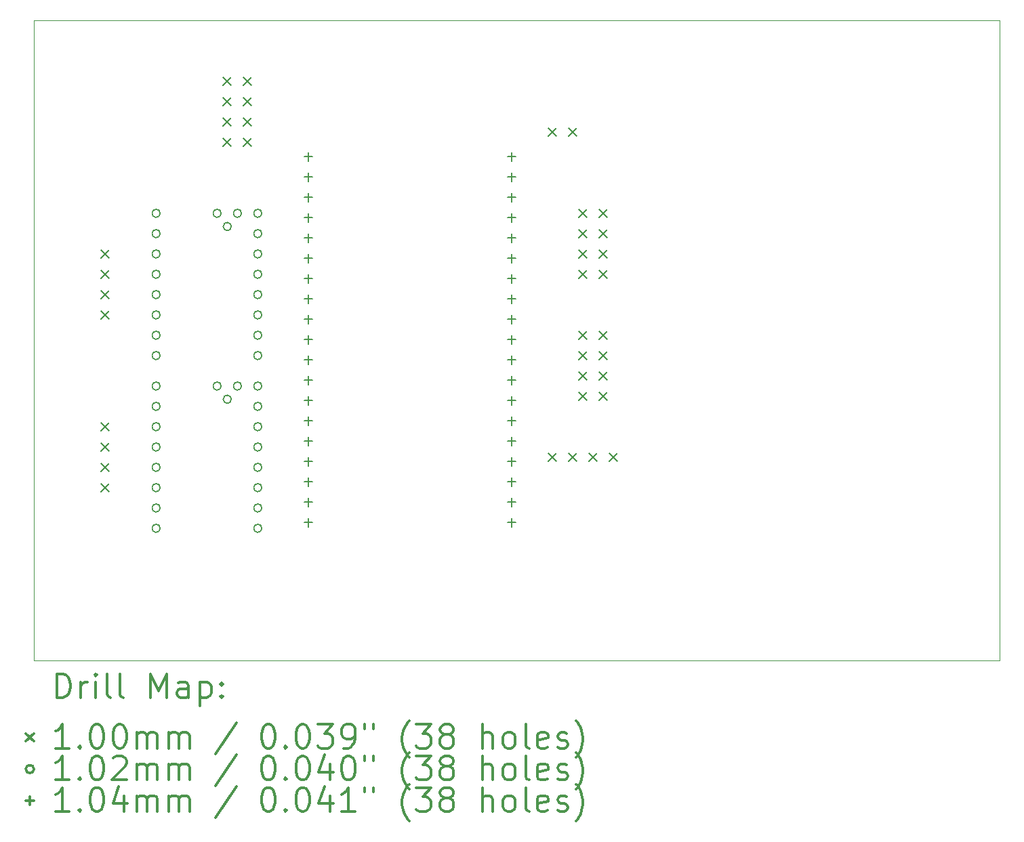
<source format=gbr>
%FSLAX45Y45*%
G04 Gerber Fmt 4.5, Leading zero omitted, Abs format (unit mm)*
G04 Created by KiCad (PCBNEW (5.1.7)-1) date 2021-03-18 15:35:46*
%MOMM*%
%LPD*%
G01*
G04 APERTURE LIST*
%TA.AperFunction,Profile*%
%ADD10C,0.050000*%
%TD*%
%ADD11C,0.200000*%
%ADD12C,0.300000*%
G04 APERTURE END LIST*
D10*
X4699000Y-4699000D02*
X4699000Y-12700000D01*
X16764000Y-4699000D02*
X4699000Y-4699000D01*
X16764000Y-12700000D02*
X16764000Y-4699000D01*
X4699000Y-12700000D02*
X16764000Y-12700000D01*
D11*
X11507000Y-7062000D02*
X11607000Y-7162000D01*
X11607000Y-7062000D02*
X11507000Y-7162000D01*
X11507000Y-7316000D02*
X11607000Y-7416000D01*
X11607000Y-7316000D02*
X11507000Y-7416000D01*
X11507000Y-7570000D02*
X11607000Y-7670000D01*
X11607000Y-7570000D02*
X11507000Y-7670000D01*
X11507000Y-7824000D02*
X11607000Y-7924000D01*
X11607000Y-7824000D02*
X11507000Y-7924000D01*
X11761000Y-7062000D02*
X11861000Y-7162000D01*
X11861000Y-7062000D02*
X11761000Y-7162000D01*
X11761000Y-7316000D02*
X11861000Y-7416000D01*
X11861000Y-7316000D02*
X11761000Y-7416000D01*
X11761000Y-7570000D02*
X11861000Y-7670000D01*
X11861000Y-7570000D02*
X11761000Y-7670000D01*
X11761000Y-7824000D02*
X11861000Y-7924000D01*
X11861000Y-7824000D02*
X11761000Y-7924000D01*
X11126000Y-6046000D02*
X11226000Y-6146000D01*
X11226000Y-6046000D02*
X11126000Y-6146000D01*
X11380000Y-6046000D02*
X11480000Y-6146000D01*
X11480000Y-6046000D02*
X11380000Y-6146000D01*
X5538000Y-7570000D02*
X5638000Y-7670000D01*
X5638000Y-7570000D02*
X5538000Y-7670000D01*
X5538000Y-7824000D02*
X5638000Y-7924000D01*
X5638000Y-7824000D02*
X5538000Y-7924000D01*
X5538000Y-8078000D02*
X5638000Y-8178000D01*
X5638000Y-8078000D02*
X5538000Y-8178000D01*
X5538000Y-8332000D02*
X5638000Y-8432000D01*
X5638000Y-8332000D02*
X5538000Y-8432000D01*
X7062000Y-5411000D02*
X7162000Y-5511000D01*
X7162000Y-5411000D02*
X7062000Y-5511000D01*
X7062000Y-5665000D02*
X7162000Y-5765000D01*
X7162000Y-5665000D02*
X7062000Y-5765000D01*
X7062000Y-5919000D02*
X7162000Y-6019000D01*
X7162000Y-5919000D02*
X7062000Y-6019000D01*
X7062000Y-6173000D02*
X7162000Y-6273000D01*
X7162000Y-6173000D02*
X7062000Y-6273000D01*
X7316000Y-5411000D02*
X7416000Y-5511000D01*
X7416000Y-5411000D02*
X7316000Y-5511000D01*
X7316000Y-5665000D02*
X7416000Y-5765000D01*
X7416000Y-5665000D02*
X7316000Y-5765000D01*
X7316000Y-5919000D02*
X7416000Y-6019000D01*
X7416000Y-5919000D02*
X7316000Y-6019000D01*
X7316000Y-6173000D02*
X7416000Y-6273000D01*
X7416000Y-6173000D02*
X7316000Y-6273000D01*
X11126000Y-10110000D02*
X11226000Y-10210000D01*
X11226000Y-10110000D02*
X11126000Y-10210000D01*
X11380000Y-10110000D02*
X11480000Y-10210000D01*
X11480000Y-10110000D02*
X11380000Y-10210000D01*
X11634000Y-10110000D02*
X11734000Y-10210000D01*
X11734000Y-10110000D02*
X11634000Y-10210000D01*
X11888000Y-10110000D02*
X11988000Y-10210000D01*
X11988000Y-10110000D02*
X11888000Y-10210000D01*
X11507000Y-8586000D02*
X11607000Y-8686000D01*
X11607000Y-8586000D02*
X11507000Y-8686000D01*
X11507000Y-8840000D02*
X11607000Y-8940000D01*
X11607000Y-8840000D02*
X11507000Y-8940000D01*
X11507000Y-9094000D02*
X11607000Y-9194000D01*
X11607000Y-9094000D02*
X11507000Y-9194000D01*
X11507000Y-9348000D02*
X11607000Y-9448000D01*
X11607000Y-9348000D02*
X11507000Y-9448000D01*
X11761000Y-8586000D02*
X11861000Y-8686000D01*
X11861000Y-8586000D02*
X11761000Y-8686000D01*
X11761000Y-8840000D02*
X11861000Y-8940000D01*
X11861000Y-8840000D02*
X11761000Y-8940000D01*
X11761000Y-9094000D02*
X11861000Y-9194000D01*
X11861000Y-9094000D02*
X11761000Y-9194000D01*
X11761000Y-9348000D02*
X11861000Y-9448000D01*
X11861000Y-9348000D02*
X11761000Y-9448000D01*
X5538000Y-9729000D02*
X5638000Y-9829000D01*
X5638000Y-9729000D02*
X5538000Y-9829000D01*
X5538000Y-9983000D02*
X5638000Y-10083000D01*
X5638000Y-9983000D02*
X5538000Y-10083000D01*
X5538000Y-10237000D02*
X5638000Y-10337000D01*
X5638000Y-10237000D02*
X5538000Y-10337000D01*
X5538000Y-10491000D02*
X5638000Y-10591000D01*
X5638000Y-10491000D02*
X5538000Y-10591000D01*
X6273800Y-9271000D02*
G75*
G03*
X6273800Y-9271000I-50800J0D01*
G01*
X6273800Y-9525000D02*
G75*
G03*
X6273800Y-9525000I-50800J0D01*
G01*
X6273800Y-9779000D02*
G75*
G03*
X6273800Y-9779000I-50800J0D01*
G01*
X6273800Y-10033000D02*
G75*
G03*
X6273800Y-10033000I-50800J0D01*
G01*
X6273800Y-10287000D02*
G75*
G03*
X6273800Y-10287000I-50800J0D01*
G01*
X6273800Y-10541000D02*
G75*
G03*
X6273800Y-10541000I-50800J0D01*
G01*
X6273800Y-10795000D02*
G75*
G03*
X6273800Y-10795000I-50800J0D01*
G01*
X6273800Y-11049000D02*
G75*
G03*
X6273800Y-11049000I-50800J0D01*
G01*
X7035800Y-9271000D02*
G75*
G03*
X7035800Y-9271000I-50800J0D01*
G01*
X7162800Y-9436100D02*
G75*
G03*
X7162800Y-9436100I-50800J0D01*
G01*
X7289800Y-9271000D02*
G75*
G03*
X7289800Y-9271000I-50800J0D01*
G01*
X7543800Y-9271000D02*
G75*
G03*
X7543800Y-9271000I-50800J0D01*
G01*
X7543800Y-9525000D02*
G75*
G03*
X7543800Y-9525000I-50800J0D01*
G01*
X7543800Y-9779000D02*
G75*
G03*
X7543800Y-9779000I-50800J0D01*
G01*
X7543800Y-10033000D02*
G75*
G03*
X7543800Y-10033000I-50800J0D01*
G01*
X7543800Y-10287000D02*
G75*
G03*
X7543800Y-10287000I-50800J0D01*
G01*
X7543800Y-10541000D02*
G75*
G03*
X7543800Y-10541000I-50800J0D01*
G01*
X7543800Y-10795000D02*
G75*
G03*
X7543800Y-10795000I-50800J0D01*
G01*
X7543800Y-11049000D02*
G75*
G03*
X7543800Y-11049000I-50800J0D01*
G01*
X6273800Y-7112000D02*
G75*
G03*
X6273800Y-7112000I-50800J0D01*
G01*
X6273800Y-7366000D02*
G75*
G03*
X6273800Y-7366000I-50800J0D01*
G01*
X6273800Y-7620000D02*
G75*
G03*
X6273800Y-7620000I-50800J0D01*
G01*
X6273800Y-7874000D02*
G75*
G03*
X6273800Y-7874000I-50800J0D01*
G01*
X6273800Y-8128000D02*
G75*
G03*
X6273800Y-8128000I-50800J0D01*
G01*
X6273800Y-8382000D02*
G75*
G03*
X6273800Y-8382000I-50800J0D01*
G01*
X6273800Y-8636000D02*
G75*
G03*
X6273800Y-8636000I-50800J0D01*
G01*
X6273800Y-8890000D02*
G75*
G03*
X6273800Y-8890000I-50800J0D01*
G01*
X7035800Y-7112000D02*
G75*
G03*
X7035800Y-7112000I-50800J0D01*
G01*
X7162800Y-7277100D02*
G75*
G03*
X7162800Y-7277100I-50800J0D01*
G01*
X7289800Y-7112000D02*
G75*
G03*
X7289800Y-7112000I-50800J0D01*
G01*
X7543800Y-7112000D02*
G75*
G03*
X7543800Y-7112000I-50800J0D01*
G01*
X7543800Y-7366000D02*
G75*
G03*
X7543800Y-7366000I-50800J0D01*
G01*
X7543800Y-7620000D02*
G75*
G03*
X7543800Y-7620000I-50800J0D01*
G01*
X7543800Y-7874000D02*
G75*
G03*
X7543800Y-7874000I-50800J0D01*
G01*
X7543800Y-8128000D02*
G75*
G03*
X7543800Y-8128000I-50800J0D01*
G01*
X7543800Y-8382000D02*
G75*
G03*
X7543800Y-8382000I-50800J0D01*
G01*
X7543800Y-8636000D02*
G75*
G03*
X7543800Y-8636000I-50800J0D01*
G01*
X7543800Y-8890000D02*
G75*
G03*
X7543800Y-8890000I-50800J0D01*
G01*
X8128000Y-6354000D02*
X8128000Y-6458000D01*
X8076000Y-6406000D02*
X8180000Y-6406000D01*
X8128000Y-6608000D02*
X8128000Y-6712000D01*
X8076000Y-6660000D02*
X8180000Y-6660000D01*
X8128000Y-6862000D02*
X8128000Y-6966000D01*
X8076000Y-6914000D02*
X8180000Y-6914000D01*
X8128000Y-7116000D02*
X8128000Y-7220000D01*
X8076000Y-7168000D02*
X8180000Y-7168000D01*
X8128000Y-7370000D02*
X8128000Y-7474000D01*
X8076000Y-7422000D02*
X8180000Y-7422000D01*
X8128000Y-7624000D02*
X8128000Y-7728000D01*
X8076000Y-7676000D02*
X8180000Y-7676000D01*
X8128000Y-7878000D02*
X8128000Y-7982000D01*
X8076000Y-7930000D02*
X8180000Y-7930000D01*
X8128000Y-8132000D02*
X8128000Y-8236000D01*
X8076000Y-8184000D02*
X8180000Y-8184000D01*
X8128000Y-8386000D02*
X8128000Y-8490000D01*
X8076000Y-8438000D02*
X8180000Y-8438000D01*
X8128000Y-8640000D02*
X8128000Y-8744000D01*
X8076000Y-8692000D02*
X8180000Y-8692000D01*
X8128000Y-8894000D02*
X8128000Y-8998000D01*
X8076000Y-8946000D02*
X8180000Y-8946000D01*
X8128000Y-9148000D02*
X8128000Y-9252000D01*
X8076000Y-9200000D02*
X8180000Y-9200000D01*
X8128000Y-9402000D02*
X8128000Y-9506000D01*
X8076000Y-9454000D02*
X8180000Y-9454000D01*
X8128000Y-9656000D02*
X8128000Y-9760000D01*
X8076000Y-9708000D02*
X8180000Y-9708000D01*
X8128000Y-9910000D02*
X8128000Y-10014000D01*
X8076000Y-9962000D02*
X8180000Y-9962000D01*
X8128000Y-10164000D02*
X8128000Y-10268000D01*
X8076000Y-10216000D02*
X8180000Y-10216000D01*
X8128000Y-10418000D02*
X8128000Y-10522000D01*
X8076000Y-10470000D02*
X8180000Y-10470000D01*
X8128000Y-10672000D02*
X8128000Y-10776000D01*
X8076000Y-10724000D02*
X8180000Y-10724000D01*
X8128000Y-10926000D02*
X8128000Y-11030000D01*
X8076000Y-10978000D02*
X8180000Y-10978000D01*
X10668000Y-6354000D02*
X10668000Y-6458000D01*
X10616000Y-6406000D02*
X10720000Y-6406000D01*
X10668000Y-6608000D02*
X10668000Y-6712000D01*
X10616000Y-6660000D02*
X10720000Y-6660000D01*
X10668000Y-6862000D02*
X10668000Y-6966000D01*
X10616000Y-6914000D02*
X10720000Y-6914000D01*
X10668000Y-7116000D02*
X10668000Y-7220000D01*
X10616000Y-7168000D02*
X10720000Y-7168000D01*
X10668000Y-7370000D02*
X10668000Y-7474000D01*
X10616000Y-7422000D02*
X10720000Y-7422000D01*
X10668000Y-7624000D02*
X10668000Y-7728000D01*
X10616000Y-7676000D02*
X10720000Y-7676000D01*
X10668000Y-7878000D02*
X10668000Y-7982000D01*
X10616000Y-7930000D02*
X10720000Y-7930000D01*
X10668000Y-8132000D02*
X10668000Y-8236000D01*
X10616000Y-8184000D02*
X10720000Y-8184000D01*
X10668000Y-8386000D02*
X10668000Y-8490000D01*
X10616000Y-8438000D02*
X10720000Y-8438000D01*
X10668000Y-8640000D02*
X10668000Y-8744000D01*
X10616000Y-8692000D02*
X10720000Y-8692000D01*
X10668000Y-8894000D02*
X10668000Y-8998000D01*
X10616000Y-8946000D02*
X10720000Y-8946000D01*
X10668000Y-9148000D02*
X10668000Y-9252000D01*
X10616000Y-9200000D02*
X10720000Y-9200000D01*
X10668000Y-9402000D02*
X10668000Y-9506000D01*
X10616000Y-9454000D02*
X10720000Y-9454000D01*
X10668000Y-9656000D02*
X10668000Y-9760000D01*
X10616000Y-9708000D02*
X10720000Y-9708000D01*
X10668000Y-9910000D02*
X10668000Y-10014000D01*
X10616000Y-9962000D02*
X10720000Y-9962000D01*
X10668000Y-10164000D02*
X10668000Y-10268000D01*
X10616000Y-10216000D02*
X10720000Y-10216000D01*
X10668000Y-10418000D02*
X10668000Y-10522000D01*
X10616000Y-10470000D02*
X10720000Y-10470000D01*
X10668000Y-10672000D02*
X10668000Y-10776000D01*
X10616000Y-10724000D02*
X10720000Y-10724000D01*
X10668000Y-10926000D02*
X10668000Y-11030000D01*
X10616000Y-10978000D02*
X10720000Y-10978000D01*
D12*
X4982928Y-13168214D02*
X4982928Y-12868214D01*
X5054357Y-12868214D01*
X5097214Y-12882500D01*
X5125786Y-12911071D01*
X5140071Y-12939643D01*
X5154357Y-12996786D01*
X5154357Y-13039643D01*
X5140071Y-13096786D01*
X5125786Y-13125357D01*
X5097214Y-13153929D01*
X5054357Y-13168214D01*
X4982928Y-13168214D01*
X5282928Y-13168214D02*
X5282928Y-12968214D01*
X5282928Y-13025357D02*
X5297214Y-12996786D01*
X5311500Y-12982500D01*
X5340071Y-12968214D01*
X5368643Y-12968214D01*
X5468643Y-13168214D02*
X5468643Y-12968214D01*
X5468643Y-12868214D02*
X5454357Y-12882500D01*
X5468643Y-12896786D01*
X5482928Y-12882500D01*
X5468643Y-12868214D01*
X5468643Y-12896786D01*
X5654357Y-13168214D02*
X5625786Y-13153929D01*
X5611500Y-13125357D01*
X5611500Y-12868214D01*
X5811500Y-13168214D02*
X5782928Y-13153929D01*
X5768643Y-13125357D01*
X5768643Y-12868214D01*
X6154357Y-13168214D02*
X6154357Y-12868214D01*
X6254357Y-13082500D01*
X6354357Y-12868214D01*
X6354357Y-13168214D01*
X6625786Y-13168214D02*
X6625786Y-13011071D01*
X6611500Y-12982500D01*
X6582928Y-12968214D01*
X6525786Y-12968214D01*
X6497214Y-12982500D01*
X6625786Y-13153929D02*
X6597214Y-13168214D01*
X6525786Y-13168214D01*
X6497214Y-13153929D01*
X6482928Y-13125357D01*
X6482928Y-13096786D01*
X6497214Y-13068214D01*
X6525786Y-13053929D01*
X6597214Y-13053929D01*
X6625786Y-13039643D01*
X6768643Y-12968214D02*
X6768643Y-13268214D01*
X6768643Y-12982500D02*
X6797214Y-12968214D01*
X6854357Y-12968214D01*
X6882928Y-12982500D01*
X6897214Y-12996786D01*
X6911500Y-13025357D01*
X6911500Y-13111071D01*
X6897214Y-13139643D01*
X6882928Y-13153929D01*
X6854357Y-13168214D01*
X6797214Y-13168214D01*
X6768643Y-13153929D01*
X7040071Y-13139643D02*
X7054357Y-13153929D01*
X7040071Y-13168214D01*
X7025786Y-13153929D01*
X7040071Y-13139643D01*
X7040071Y-13168214D01*
X7040071Y-12982500D02*
X7054357Y-12996786D01*
X7040071Y-13011071D01*
X7025786Y-12996786D01*
X7040071Y-12982500D01*
X7040071Y-13011071D01*
X4596500Y-13612500D02*
X4696500Y-13712500D01*
X4696500Y-13612500D02*
X4596500Y-13712500D01*
X5140071Y-13798214D02*
X4968643Y-13798214D01*
X5054357Y-13798214D02*
X5054357Y-13498214D01*
X5025786Y-13541071D01*
X4997214Y-13569643D01*
X4968643Y-13583929D01*
X5268643Y-13769643D02*
X5282928Y-13783929D01*
X5268643Y-13798214D01*
X5254357Y-13783929D01*
X5268643Y-13769643D01*
X5268643Y-13798214D01*
X5468643Y-13498214D02*
X5497214Y-13498214D01*
X5525786Y-13512500D01*
X5540071Y-13526786D01*
X5554357Y-13555357D01*
X5568643Y-13612500D01*
X5568643Y-13683929D01*
X5554357Y-13741071D01*
X5540071Y-13769643D01*
X5525786Y-13783929D01*
X5497214Y-13798214D01*
X5468643Y-13798214D01*
X5440071Y-13783929D01*
X5425786Y-13769643D01*
X5411500Y-13741071D01*
X5397214Y-13683929D01*
X5397214Y-13612500D01*
X5411500Y-13555357D01*
X5425786Y-13526786D01*
X5440071Y-13512500D01*
X5468643Y-13498214D01*
X5754357Y-13498214D02*
X5782928Y-13498214D01*
X5811500Y-13512500D01*
X5825786Y-13526786D01*
X5840071Y-13555357D01*
X5854357Y-13612500D01*
X5854357Y-13683929D01*
X5840071Y-13741071D01*
X5825786Y-13769643D01*
X5811500Y-13783929D01*
X5782928Y-13798214D01*
X5754357Y-13798214D01*
X5725786Y-13783929D01*
X5711500Y-13769643D01*
X5697214Y-13741071D01*
X5682928Y-13683929D01*
X5682928Y-13612500D01*
X5697214Y-13555357D01*
X5711500Y-13526786D01*
X5725786Y-13512500D01*
X5754357Y-13498214D01*
X5982928Y-13798214D02*
X5982928Y-13598214D01*
X5982928Y-13626786D02*
X5997214Y-13612500D01*
X6025786Y-13598214D01*
X6068643Y-13598214D01*
X6097214Y-13612500D01*
X6111500Y-13641071D01*
X6111500Y-13798214D01*
X6111500Y-13641071D02*
X6125786Y-13612500D01*
X6154357Y-13598214D01*
X6197214Y-13598214D01*
X6225786Y-13612500D01*
X6240071Y-13641071D01*
X6240071Y-13798214D01*
X6382928Y-13798214D02*
X6382928Y-13598214D01*
X6382928Y-13626786D02*
X6397214Y-13612500D01*
X6425786Y-13598214D01*
X6468643Y-13598214D01*
X6497214Y-13612500D01*
X6511500Y-13641071D01*
X6511500Y-13798214D01*
X6511500Y-13641071D02*
X6525786Y-13612500D01*
X6554357Y-13598214D01*
X6597214Y-13598214D01*
X6625786Y-13612500D01*
X6640071Y-13641071D01*
X6640071Y-13798214D01*
X7225786Y-13483929D02*
X6968643Y-13869643D01*
X7611500Y-13498214D02*
X7640071Y-13498214D01*
X7668643Y-13512500D01*
X7682928Y-13526786D01*
X7697214Y-13555357D01*
X7711500Y-13612500D01*
X7711500Y-13683929D01*
X7697214Y-13741071D01*
X7682928Y-13769643D01*
X7668643Y-13783929D01*
X7640071Y-13798214D01*
X7611500Y-13798214D01*
X7582928Y-13783929D01*
X7568643Y-13769643D01*
X7554357Y-13741071D01*
X7540071Y-13683929D01*
X7540071Y-13612500D01*
X7554357Y-13555357D01*
X7568643Y-13526786D01*
X7582928Y-13512500D01*
X7611500Y-13498214D01*
X7840071Y-13769643D02*
X7854357Y-13783929D01*
X7840071Y-13798214D01*
X7825786Y-13783929D01*
X7840071Y-13769643D01*
X7840071Y-13798214D01*
X8040071Y-13498214D02*
X8068643Y-13498214D01*
X8097214Y-13512500D01*
X8111500Y-13526786D01*
X8125786Y-13555357D01*
X8140071Y-13612500D01*
X8140071Y-13683929D01*
X8125786Y-13741071D01*
X8111500Y-13769643D01*
X8097214Y-13783929D01*
X8068643Y-13798214D01*
X8040071Y-13798214D01*
X8011500Y-13783929D01*
X7997214Y-13769643D01*
X7982928Y-13741071D01*
X7968643Y-13683929D01*
X7968643Y-13612500D01*
X7982928Y-13555357D01*
X7997214Y-13526786D01*
X8011500Y-13512500D01*
X8040071Y-13498214D01*
X8240071Y-13498214D02*
X8425786Y-13498214D01*
X8325786Y-13612500D01*
X8368643Y-13612500D01*
X8397214Y-13626786D01*
X8411500Y-13641071D01*
X8425786Y-13669643D01*
X8425786Y-13741071D01*
X8411500Y-13769643D01*
X8397214Y-13783929D01*
X8368643Y-13798214D01*
X8282928Y-13798214D01*
X8254357Y-13783929D01*
X8240071Y-13769643D01*
X8568643Y-13798214D02*
X8625786Y-13798214D01*
X8654357Y-13783929D01*
X8668643Y-13769643D01*
X8697214Y-13726786D01*
X8711500Y-13669643D01*
X8711500Y-13555357D01*
X8697214Y-13526786D01*
X8682928Y-13512500D01*
X8654357Y-13498214D01*
X8597214Y-13498214D01*
X8568643Y-13512500D01*
X8554357Y-13526786D01*
X8540071Y-13555357D01*
X8540071Y-13626786D01*
X8554357Y-13655357D01*
X8568643Y-13669643D01*
X8597214Y-13683929D01*
X8654357Y-13683929D01*
X8682928Y-13669643D01*
X8697214Y-13655357D01*
X8711500Y-13626786D01*
X8825786Y-13498214D02*
X8825786Y-13555357D01*
X8940071Y-13498214D02*
X8940071Y-13555357D01*
X9382928Y-13912500D02*
X9368643Y-13898214D01*
X9340071Y-13855357D01*
X9325786Y-13826786D01*
X9311500Y-13783929D01*
X9297214Y-13712500D01*
X9297214Y-13655357D01*
X9311500Y-13583929D01*
X9325786Y-13541071D01*
X9340071Y-13512500D01*
X9368643Y-13469643D01*
X9382928Y-13455357D01*
X9468643Y-13498214D02*
X9654357Y-13498214D01*
X9554357Y-13612500D01*
X9597214Y-13612500D01*
X9625786Y-13626786D01*
X9640071Y-13641071D01*
X9654357Y-13669643D01*
X9654357Y-13741071D01*
X9640071Y-13769643D01*
X9625786Y-13783929D01*
X9597214Y-13798214D01*
X9511500Y-13798214D01*
X9482928Y-13783929D01*
X9468643Y-13769643D01*
X9825786Y-13626786D02*
X9797214Y-13612500D01*
X9782928Y-13598214D01*
X9768643Y-13569643D01*
X9768643Y-13555357D01*
X9782928Y-13526786D01*
X9797214Y-13512500D01*
X9825786Y-13498214D01*
X9882928Y-13498214D01*
X9911500Y-13512500D01*
X9925786Y-13526786D01*
X9940071Y-13555357D01*
X9940071Y-13569643D01*
X9925786Y-13598214D01*
X9911500Y-13612500D01*
X9882928Y-13626786D01*
X9825786Y-13626786D01*
X9797214Y-13641071D01*
X9782928Y-13655357D01*
X9768643Y-13683929D01*
X9768643Y-13741071D01*
X9782928Y-13769643D01*
X9797214Y-13783929D01*
X9825786Y-13798214D01*
X9882928Y-13798214D01*
X9911500Y-13783929D01*
X9925786Y-13769643D01*
X9940071Y-13741071D01*
X9940071Y-13683929D01*
X9925786Y-13655357D01*
X9911500Y-13641071D01*
X9882928Y-13626786D01*
X10297214Y-13798214D02*
X10297214Y-13498214D01*
X10425786Y-13798214D02*
X10425786Y-13641071D01*
X10411500Y-13612500D01*
X10382928Y-13598214D01*
X10340071Y-13598214D01*
X10311500Y-13612500D01*
X10297214Y-13626786D01*
X10611500Y-13798214D02*
X10582928Y-13783929D01*
X10568643Y-13769643D01*
X10554357Y-13741071D01*
X10554357Y-13655357D01*
X10568643Y-13626786D01*
X10582928Y-13612500D01*
X10611500Y-13598214D01*
X10654357Y-13598214D01*
X10682928Y-13612500D01*
X10697214Y-13626786D01*
X10711500Y-13655357D01*
X10711500Y-13741071D01*
X10697214Y-13769643D01*
X10682928Y-13783929D01*
X10654357Y-13798214D01*
X10611500Y-13798214D01*
X10882928Y-13798214D02*
X10854357Y-13783929D01*
X10840071Y-13755357D01*
X10840071Y-13498214D01*
X11111500Y-13783929D02*
X11082928Y-13798214D01*
X11025786Y-13798214D01*
X10997214Y-13783929D01*
X10982928Y-13755357D01*
X10982928Y-13641071D01*
X10997214Y-13612500D01*
X11025786Y-13598214D01*
X11082928Y-13598214D01*
X11111500Y-13612500D01*
X11125786Y-13641071D01*
X11125786Y-13669643D01*
X10982928Y-13698214D01*
X11240071Y-13783929D02*
X11268643Y-13798214D01*
X11325786Y-13798214D01*
X11354357Y-13783929D01*
X11368643Y-13755357D01*
X11368643Y-13741071D01*
X11354357Y-13712500D01*
X11325786Y-13698214D01*
X11282928Y-13698214D01*
X11254357Y-13683929D01*
X11240071Y-13655357D01*
X11240071Y-13641071D01*
X11254357Y-13612500D01*
X11282928Y-13598214D01*
X11325786Y-13598214D01*
X11354357Y-13612500D01*
X11468643Y-13912500D02*
X11482928Y-13898214D01*
X11511500Y-13855357D01*
X11525786Y-13826786D01*
X11540071Y-13783929D01*
X11554357Y-13712500D01*
X11554357Y-13655357D01*
X11540071Y-13583929D01*
X11525786Y-13541071D01*
X11511500Y-13512500D01*
X11482928Y-13469643D01*
X11468643Y-13455357D01*
X4696500Y-14058500D02*
G75*
G03*
X4696500Y-14058500I-50800J0D01*
G01*
X5140071Y-14194214D02*
X4968643Y-14194214D01*
X5054357Y-14194214D02*
X5054357Y-13894214D01*
X5025786Y-13937071D01*
X4997214Y-13965643D01*
X4968643Y-13979929D01*
X5268643Y-14165643D02*
X5282928Y-14179929D01*
X5268643Y-14194214D01*
X5254357Y-14179929D01*
X5268643Y-14165643D01*
X5268643Y-14194214D01*
X5468643Y-13894214D02*
X5497214Y-13894214D01*
X5525786Y-13908500D01*
X5540071Y-13922786D01*
X5554357Y-13951357D01*
X5568643Y-14008500D01*
X5568643Y-14079929D01*
X5554357Y-14137071D01*
X5540071Y-14165643D01*
X5525786Y-14179929D01*
X5497214Y-14194214D01*
X5468643Y-14194214D01*
X5440071Y-14179929D01*
X5425786Y-14165643D01*
X5411500Y-14137071D01*
X5397214Y-14079929D01*
X5397214Y-14008500D01*
X5411500Y-13951357D01*
X5425786Y-13922786D01*
X5440071Y-13908500D01*
X5468643Y-13894214D01*
X5682928Y-13922786D02*
X5697214Y-13908500D01*
X5725786Y-13894214D01*
X5797214Y-13894214D01*
X5825786Y-13908500D01*
X5840071Y-13922786D01*
X5854357Y-13951357D01*
X5854357Y-13979929D01*
X5840071Y-14022786D01*
X5668643Y-14194214D01*
X5854357Y-14194214D01*
X5982928Y-14194214D02*
X5982928Y-13994214D01*
X5982928Y-14022786D02*
X5997214Y-14008500D01*
X6025786Y-13994214D01*
X6068643Y-13994214D01*
X6097214Y-14008500D01*
X6111500Y-14037071D01*
X6111500Y-14194214D01*
X6111500Y-14037071D02*
X6125786Y-14008500D01*
X6154357Y-13994214D01*
X6197214Y-13994214D01*
X6225786Y-14008500D01*
X6240071Y-14037071D01*
X6240071Y-14194214D01*
X6382928Y-14194214D02*
X6382928Y-13994214D01*
X6382928Y-14022786D02*
X6397214Y-14008500D01*
X6425786Y-13994214D01*
X6468643Y-13994214D01*
X6497214Y-14008500D01*
X6511500Y-14037071D01*
X6511500Y-14194214D01*
X6511500Y-14037071D02*
X6525786Y-14008500D01*
X6554357Y-13994214D01*
X6597214Y-13994214D01*
X6625786Y-14008500D01*
X6640071Y-14037071D01*
X6640071Y-14194214D01*
X7225786Y-13879929D02*
X6968643Y-14265643D01*
X7611500Y-13894214D02*
X7640071Y-13894214D01*
X7668643Y-13908500D01*
X7682928Y-13922786D01*
X7697214Y-13951357D01*
X7711500Y-14008500D01*
X7711500Y-14079929D01*
X7697214Y-14137071D01*
X7682928Y-14165643D01*
X7668643Y-14179929D01*
X7640071Y-14194214D01*
X7611500Y-14194214D01*
X7582928Y-14179929D01*
X7568643Y-14165643D01*
X7554357Y-14137071D01*
X7540071Y-14079929D01*
X7540071Y-14008500D01*
X7554357Y-13951357D01*
X7568643Y-13922786D01*
X7582928Y-13908500D01*
X7611500Y-13894214D01*
X7840071Y-14165643D02*
X7854357Y-14179929D01*
X7840071Y-14194214D01*
X7825786Y-14179929D01*
X7840071Y-14165643D01*
X7840071Y-14194214D01*
X8040071Y-13894214D02*
X8068643Y-13894214D01*
X8097214Y-13908500D01*
X8111500Y-13922786D01*
X8125786Y-13951357D01*
X8140071Y-14008500D01*
X8140071Y-14079929D01*
X8125786Y-14137071D01*
X8111500Y-14165643D01*
X8097214Y-14179929D01*
X8068643Y-14194214D01*
X8040071Y-14194214D01*
X8011500Y-14179929D01*
X7997214Y-14165643D01*
X7982928Y-14137071D01*
X7968643Y-14079929D01*
X7968643Y-14008500D01*
X7982928Y-13951357D01*
X7997214Y-13922786D01*
X8011500Y-13908500D01*
X8040071Y-13894214D01*
X8397214Y-13994214D02*
X8397214Y-14194214D01*
X8325786Y-13879929D02*
X8254357Y-14094214D01*
X8440071Y-14094214D01*
X8611500Y-13894214D02*
X8640071Y-13894214D01*
X8668643Y-13908500D01*
X8682928Y-13922786D01*
X8697214Y-13951357D01*
X8711500Y-14008500D01*
X8711500Y-14079929D01*
X8697214Y-14137071D01*
X8682928Y-14165643D01*
X8668643Y-14179929D01*
X8640071Y-14194214D01*
X8611500Y-14194214D01*
X8582928Y-14179929D01*
X8568643Y-14165643D01*
X8554357Y-14137071D01*
X8540071Y-14079929D01*
X8540071Y-14008500D01*
X8554357Y-13951357D01*
X8568643Y-13922786D01*
X8582928Y-13908500D01*
X8611500Y-13894214D01*
X8825786Y-13894214D02*
X8825786Y-13951357D01*
X8940071Y-13894214D02*
X8940071Y-13951357D01*
X9382928Y-14308500D02*
X9368643Y-14294214D01*
X9340071Y-14251357D01*
X9325786Y-14222786D01*
X9311500Y-14179929D01*
X9297214Y-14108500D01*
X9297214Y-14051357D01*
X9311500Y-13979929D01*
X9325786Y-13937071D01*
X9340071Y-13908500D01*
X9368643Y-13865643D01*
X9382928Y-13851357D01*
X9468643Y-13894214D02*
X9654357Y-13894214D01*
X9554357Y-14008500D01*
X9597214Y-14008500D01*
X9625786Y-14022786D01*
X9640071Y-14037071D01*
X9654357Y-14065643D01*
X9654357Y-14137071D01*
X9640071Y-14165643D01*
X9625786Y-14179929D01*
X9597214Y-14194214D01*
X9511500Y-14194214D01*
X9482928Y-14179929D01*
X9468643Y-14165643D01*
X9825786Y-14022786D02*
X9797214Y-14008500D01*
X9782928Y-13994214D01*
X9768643Y-13965643D01*
X9768643Y-13951357D01*
X9782928Y-13922786D01*
X9797214Y-13908500D01*
X9825786Y-13894214D01*
X9882928Y-13894214D01*
X9911500Y-13908500D01*
X9925786Y-13922786D01*
X9940071Y-13951357D01*
X9940071Y-13965643D01*
X9925786Y-13994214D01*
X9911500Y-14008500D01*
X9882928Y-14022786D01*
X9825786Y-14022786D01*
X9797214Y-14037071D01*
X9782928Y-14051357D01*
X9768643Y-14079929D01*
X9768643Y-14137071D01*
X9782928Y-14165643D01*
X9797214Y-14179929D01*
X9825786Y-14194214D01*
X9882928Y-14194214D01*
X9911500Y-14179929D01*
X9925786Y-14165643D01*
X9940071Y-14137071D01*
X9940071Y-14079929D01*
X9925786Y-14051357D01*
X9911500Y-14037071D01*
X9882928Y-14022786D01*
X10297214Y-14194214D02*
X10297214Y-13894214D01*
X10425786Y-14194214D02*
X10425786Y-14037071D01*
X10411500Y-14008500D01*
X10382928Y-13994214D01*
X10340071Y-13994214D01*
X10311500Y-14008500D01*
X10297214Y-14022786D01*
X10611500Y-14194214D02*
X10582928Y-14179929D01*
X10568643Y-14165643D01*
X10554357Y-14137071D01*
X10554357Y-14051357D01*
X10568643Y-14022786D01*
X10582928Y-14008500D01*
X10611500Y-13994214D01*
X10654357Y-13994214D01*
X10682928Y-14008500D01*
X10697214Y-14022786D01*
X10711500Y-14051357D01*
X10711500Y-14137071D01*
X10697214Y-14165643D01*
X10682928Y-14179929D01*
X10654357Y-14194214D01*
X10611500Y-14194214D01*
X10882928Y-14194214D02*
X10854357Y-14179929D01*
X10840071Y-14151357D01*
X10840071Y-13894214D01*
X11111500Y-14179929D02*
X11082928Y-14194214D01*
X11025786Y-14194214D01*
X10997214Y-14179929D01*
X10982928Y-14151357D01*
X10982928Y-14037071D01*
X10997214Y-14008500D01*
X11025786Y-13994214D01*
X11082928Y-13994214D01*
X11111500Y-14008500D01*
X11125786Y-14037071D01*
X11125786Y-14065643D01*
X10982928Y-14094214D01*
X11240071Y-14179929D02*
X11268643Y-14194214D01*
X11325786Y-14194214D01*
X11354357Y-14179929D01*
X11368643Y-14151357D01*
X11368643Y-14137071D01*
X11354357Y-14108500D01*
X11325786Y-14094214D01*
X11282928Y-14094214D01*
X11254357Y-14079929D01*
X11240071Y-14051357D01*
X11240071Y-14037071D01*
X11254357Y-14008500D01*
X11282928Y-13994214D01*
X11325786Y-13994214D01*
X11354357Y-14008500D01*
X11468643Y-14308500D02*
X11482928Y-14294214D01*
X11511500Y-14251357D01*
X11525786Y-14222786D01*
X11540071Y-14179929D01*
X11554357Y-14108500D01*
X11554357Y-14051357D01*
X11540071Y-13979929D01*
X11525786Y-13937071D01*
X11511500Y-13908500D01*
X11482928Y-13865643D01*
X11468643Y-13851357D01*
X4644500Y-14402500D02*
X4644500Y-14506500D01*
X4592500Y-14454500D02*
X4696500Y-14454500D01*
X5140071Y-14590214D02*
X4968643Y-14590214D01*
X5054357Y-14590214D02*
X5054357Y-14290214D01*
X5025786Y-14333071D01*
X4997214Y-14361643D01*
X4968643Y-14375929D01*
X5268643Y-14561643D02*
X5282928Y-14575929D01*
X5268643Y-14590214D01*
X5254357Y-14575929D01*
X5268643Y-14561643D01*
X5268643Y-14590214D01*
X5468643Y-14290214D02*
X5497214Y-14290214D01*
X5525786Y-14304500D01*
X5540071Y-14318786D01*
X5554357Y-14347357D01*
X5568643Y-14404500D01*
X5568643Y-14475929D01*
X5554357Y-14533071D01*
X5540071Y-14561643D01*
X5525786Y-14575929D01*
X5497214Y-14590214D01*
X5468643Y-14590214D01*
X5440071Y-14575929D01*
X5425786Y-14561643D01*
X5411500Y-14533071D01*
X5397214Y-14475929D01*
X5397214Y-14404500D01*
X5411500Y-14347357D01*
X5425786Y-14318786D01*
X5440071Y-14304500D01*
X5468643Y-14290214D01*
X5825786Y-14390214D02*
X5825786Y-14590214D01*
X5754357Y-14275929D02*
X5682928Y-14490214D01*
X5868643Y-14490214D01*
X5982928Y-14590214D02*
X5982928Y-14390214D01*
X5982928Y-14418786D02*
X5997214Y-14404500D01*
X6025786Y-14390214D01*
X6068643Y-14390214D01*
X6097214Y-14404500D01*
X6111500Y-14433071D01*
X6111500Y-14590214D01*
X6111500Y-14433071D02*
X6125786Y-14404500D01*
X6154357Y-14390214D01*
X6197214Y-14390214D01*
X6225786Y-14404500D01*
X6240071Y-14433071D01*
X6240071Y-14590214D01*
X6382928Y-14590214D02*
X6382928Y-14390214D01*
X6382928Y-14418786D02*
X6397214Y-14404500D01*
X6425786Y-14390214D01*
X6468643Y-14390214D01*
X6497214Y-14404500D01*
X6511500Y-14433071D01*
X6511500Y-14590214D01*
X6511500Y-14433071D02*
X6525786Y-14404500D01*
X6554357Y-14390214D01*
X6597214Y-14390214D01*
X6625786Y-14404500D01*
X6640071Y-14433071D01*
X6640071Y-14590214D01*
X7225786Y-14275929D02*
X6968643Y-14661643D01*
X7611500Y-14290214D02*
X7640071Y-14290214D01*
X7668643Y-14304500D01*
X7682928Y-14318786D01*
X7697214Y-14347357D01*
X7711500Y-14404500D01*
X7711500Y-14475929D01*
X7697214Y-14533071D01*
X7682928Y-14561643D01*
X7668643Y-14575929D01*
X7640071Y-14590214D01*
X7611500Y-14590214D01*
X7582928Y-14575929D01*
X7568643Y-14561643D01*
X7554357Y-14533071D01*
X7540071Y-14475929D01*
X7540071Y-14404500D01*
X7554357Y-14347357D01*
X7568643Y-14318786D01*
X7582928Y-14304500D01*
X7611500Y-14290214D01*
X7840071Y-14561643D02*
X7854357Y-14575929D01*
X7840071Y-14590214D01*
X7825786Y-14575929D01*
X7840071Y-14561643D01*
X7840071Y-14590214D01*
X8040071Y-14290214D02*
X8068643Y-14290214D01*
X8097214Y-14304500D01*
X8111500Y-14318786D01*
X8125786Y-14347357D01*
X8140071Y-14404500D01*
X8140071Y-14475929D01*
X8125786Y-14533071D01*
X8111500Y-14561643D01*
X8097214Y-14575929D01*
X8068643Y-14590214D01*
X8040071Y-14590214D01*
X8011500Y-14575929D01*
X7997214Y-14561643D01*
X7982928Y-14533071D01*
X7968643Y-14475929D01*
X7968643Y-14404500D01*
X7982928Y-14347357D01*
X7997214Y-14318786D01*
X8011500Y-14304500D01*
X8040071Y-14290214D01*
X8397214Y-14390214D02*
X8397214Y-14590214D01*
X8325786Y-14275929D02*
X8254357Y-14490214D01*
X8440071Y-14490214D01*
X8711500Y-14590214D02*
X8540071Y-14590214D01*
X8625786Y-14590214D02*
X8625786Y-14290214D01*
X8597214Y-14333071D01*
X8568643Y-14361643D01*
X8540071Y-14375929D01*
X8825786Y-14290214D02*
X8825786Y-14347357D01*
X8940071Y-14290214D02*
X8940071Y-14347357D01*
X9382928Y-14704500D02*
X9368643Y-14690214D01*
X9340071Y-14647357D01*
X9325786Y-14618786D01*
X9311500Y-14575929D01*
X9297214Y-14504500D01*
X9297214Y-14447357D01*
X9311500Y-14375929D01*
X9325786Y-14333071D01*
X9340071Y-14304500D01*
X9368643Y-14261643D01*
X9382928Y-14247357D01*
X9468643Y-14290214D02*
X9654357Y-14290214D01*
X9554357Y-14404500D01*
X9597214Y-14404500D01*
X9625786Y-14418786D01*
X9640071Y-14433071D01*
X9654357Y-14461643D01*
X9654357Y-14533071D01*
X9640071Y-14561643D01*
X9625786Y-14575929D01*
X9597214Y-14590214D01*
X9511500Y-14590214D01*
X9482928Y-14575929D01*
X9468643Y-14561643D01*
X9825786Y-14418786D02*
X9797214Y-14404500D01*
X9782928Y-14390214D01*
X9768643Y-14361643D01*
X9768643Y-14347357D01*
X9782928Y-14318786D01*
X9797214Y-14304500D01*
X9825786Y-14290214D01*
X9882928Y-14290214D01*
X9911500Y-14304500D01*
X9925786Y-14318786D01*
X9940071Y-14347357D01*
X9940071Y-14361643D01*
X9925786Y-14390214D01*
X9911500Y-14404500D01*
X9882928Y-14418786D01*
X9825786Y-14418786D01*
X9797214Y-14433071D01*
X9782928Y-14447357D01*
X9768643Y-14475929D01*
X9768643Y-14533071D01*
X9782928Y-14561643D01*
X9797214Y-14575929D01*
X9825786Y-14590214D01*
X9882928Y-14590214D01*
X9911500Y-14575929D01*
X9925786Y-14561643D01*
X9940071Y-14533071D01*
X9940071Y-14475929D01*
X9925786Y-14447357D01*
X9911500Y-14433071D01*
X9882928Y-14418786D01*
X10297214Y-14590214D02*
X10297214Y-14290214D01*
X10425786Y-14590214D02*
X10425786Y-14433071D01*
X10411500Y-14404500D01*
X10382928Y-14390214D01*
X10340071Y-14390214D01*
X10311500Y-14404500D01*
X10297214Y-14418786D01*
X10611500Y-14590214D02*
X10582928Y-14575929D01*
X10568643Y-14561643D01*
X10554357Y-14533071D01*
X10554357Y-14447357D01*
X10568643Y-14418786D01*
X10582928Y-14404500D01*
X10611500Y-14390214D01*
X10654357Y-14390214D01*
X10682928Y-14404500D01*
X10697214Y-14418786D01*
X10711500Y-14447357D01*
X10711500Y-14533071D01*
X10697214Y-14561643D01*
X10682928Y-14575929D01*
X10654357Y-14590214D01*
X10611500Y-14590214D01*
X10882928Y-14590214D02*
X10854357Y-14575929D01*
X10840071Y-14547357D01*
X10840071Y-14290214D01*
X11111500Y-14575929D02*
X11082928Y-14590214D01*
X11025786Y-14590214D01*
X10997214Y-14575929D01*
X10982928Y-14547357D01*
X10982928Y-14433071D01*
X10997214Y-14404500D01*
X11025786Y-14390214D01*
X11082928Y-14390214D01*
X11111500Y-14404500D01*
X11125786Y-14433071D01*
X11125786Y-14461643D01*
X10982928Y-14490214D01*
X11240071Y-14575929D02*
X11268643Y-14590214D01*
X11325786Y-14590214D01*
X11354357Y-14575929D01*
X11368643Y-14547357D01*
X11368643Y-14533071D01*
X11354357Y-14504500D01*
X11325786Y-14490214D01*
X11282928Y-14490214D01*
X11254357Y-14475929D01*
X11240071Y-14447357D01*
X11240071Y-14433071D01*
X11254357Y-14404500D01*
X11282928Y-14390214D01*
X11325786Y-14390214D01*
X11354357Y-14404500D01*
X11468643Y-14704500D02*
X11482928Y-14690214D01*
X11511500Y-14647357D01*
X11525786Y-14618786D01*
X11540071Y-14575929D01*
X11554357Y-14504500D01*
X11554357Y-14447357D01*
X11540071Y-14375929D01*
X11525786Y-14333071D01*
X11511500Y-14304500D01*
X11482928Y-14261643D01*
X11468643Y-14247357D01*
M02*

</source>
